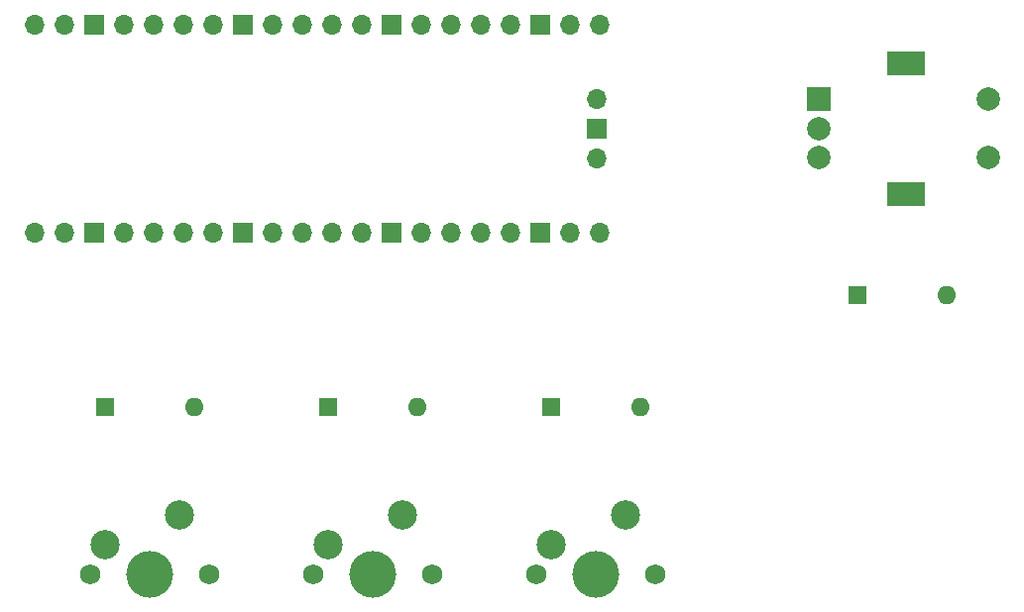
<source format=gbr>
%TF.GenerationSoftware,KiCad,Pcbnew,7.0.9*%
%TF.CreationDate,2024-01-23T15:09:09+05:30*%
%TF.ProjectId,3 Keypad,33204b65-7970-4616-942e-6b696361645f,rev?*%
%TF.SameCoordinates,Original*%
%TF.FileFunction,Soldermask,Bot*%
%TF.FilePolarity,Negative*%
%FSLAX46Y46*%
G04 Gerber Fmt 4.6, Leading zero omitted, Abs format (unit mm)*
G04 Created by KiCad (PCBNEW 7.0.9) date 2024-01-23 15:09:09*
%MOMM*%
%LPD*%
G01*
G04 APERTURE LIST*
%ADD10R,2.000000X2.000000*%
%ADD11C,2.000000*%
%ADD12R,3.200000X2.000000*%
%ADD13R,1.600000X1.600000*%
%ADD14O,1.600000X1.600000*%
%ADD15C,1.750000*%
%ADD16C,4.000000*%
%ADD17C,2.500000*%
%ADD18O,1.700000X1.700000*%
%ADD19R,1.700000X1.700000*%
G04 APERTURE END LIST*
D10*
%TO.C,SW1*%
X193487873Y-66986268D03*
D11*
X193487873Y-71986268D03*
X193487873Y-69486268D03*
D12*
X200987873Y-63886268D03*
X200987873Y-75086268D03*
D11*
X207987873Y-71986268D03*
X207987873Y-66986268D03*
%TD*%
D13*
%TO.C,D2*%
X151577889Y-93298788D03*
D14*
X159197889Y-93298788D03*
%TD*%
D13*
%TO.C,D1*%
X132527873Y-93298788D03*
D14*
X140147873Y-93298788D03*
%TD*%
D13*
%TO.C,D4*%
X196821677Y-83773780D03*
D14*
X204441677Y-83773780D03*
%TD*%
D15*
%TO.C,S2*%
X150307873Y-107586268D03*
D16*
X155387873Y-107586268D03*
D15*
X160467873Y-107586268D03*
D17*
X151577873Y-105046268D03*
X157927873Y-102506268D03*
%TD*%
D15*
%TO.C,S3*%
X169357873Y-107586268D03*
D16*
X174437873Y-107586268D03*
D15*
X179517873Y-107586268D03*
D17*
X170627873Y-105046268D03*
X176977873Y-102506268D03*
%TD*%
D18*
%TO.C,U1*%
X126495373Y-78376268D03*
X129035373Y-78376268D03*
D19*
X131575373Y-78376268D03*
D18*
X134115373Y-78376268D03*
X136655373Y-78376268D03*
X139195373Y-78376268D03*
X141735373Y-78376268D03*
D19*
X144275373Y-78376268D03*
D18*
X146815373Y-78376268D03*
X149355373Y-78376268D03*
X151895373Y-78376268D03*
X154435373Y-78376268D03*
D19*
X156975373Y-78376268D03*
D18*
X159515373Y-78376268D03*
X162055373Y-78376268D03*
X164595373Y-78376268D03*
X167135373Y-78376268D03*
D19*
X169675373Y-78376268D03*
D18*
X172215373Y-78376268D03*
X174755373Y-78376268D03*
X174755373Y-60596268D03*
X172215373Y-60596268D03*
D19*
X169675373Y-60596268D03*
D18*
X167135373Y-60596268D03*
X164595373Y-60596268D03*
X162055373Y-60596268D03*
X159515373Y-60596268D03*
D19*
X156975373Y-60596268D03*
D18*
X154435373Y-60596268D03*
X151895373Y-60596268D03*
X149355373Y-60596268D03*
X146815373Y-60596268D03*
D19*
X144275373Y-60596268D03*
D18*
X141735373Y-60596268D03*
X139195373Y-60596268D03*
X136655373Y-60596268D03*
X134115373Y-60596268D03*
D19*
X131575373Y-60596268D03*
D18*
X129035373Y-60596268D03*
X126495373Y-60596268D03*
X174525373Y-72026268D03*
D19*
X174525373Y-69486268D03*
D18*
X174525373Y-66946268D03*
%TD*%
D15*
%TO.C,S1*%
X131257873Y-107586268D03*
D16*
X136337873Y-107586268D03*
D15*
X141417873Y-107586268D03*
D17*
X132527873Y-105046268D03*
X138877873Y-102506268D03*
%TD*%
D13*
%TO.C,D3*%
X170627905Y-93298788D03*
D14*
X178247905Y-93298788D03*
%TD*%
M02*

</source>
